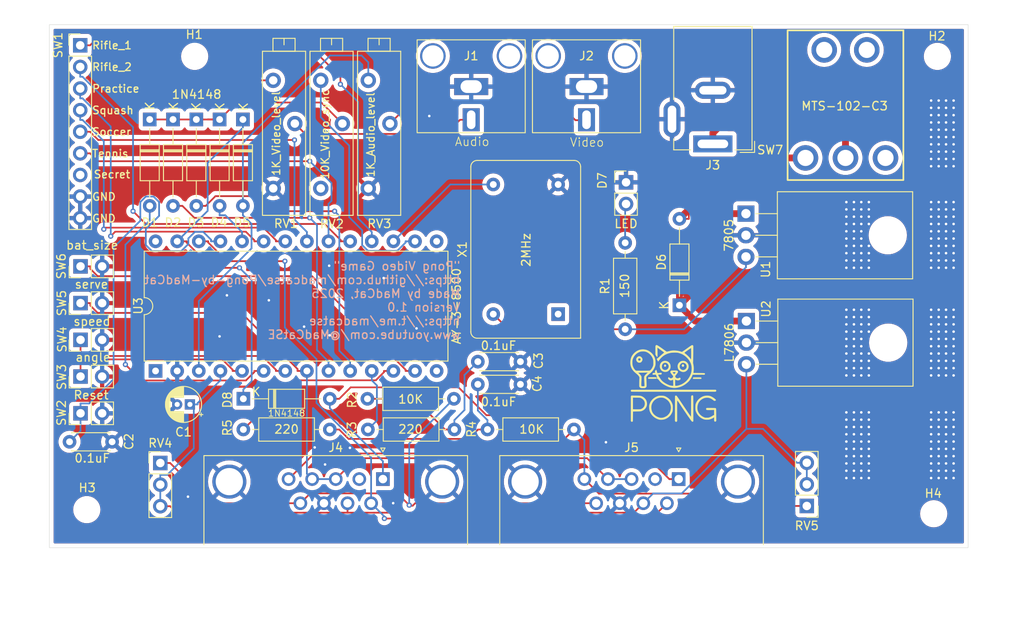
<source format=kicad_pcb>
(kicad_pcb (version 20221018) (generator pcbnew)
  (layers (0 "F.Cu" signal) (31 "B.Cu" signal) (36 "B.SilkS" user "B.Silkscreen") (37 "F.SilkS" user "F.Silkscreen") (38 "B.Mask" user) (39 "F.Mask" user) (44 "Edge.Cuts" user))
  (net 0 "")
  (net 1 "Net-(U2-OUT)")
  (net 2 "GND")
  (net 3 "Net-(U3-Reset_input)")
  (net 4 "Net-(C3-Pad1)")
  (net 5 "Net-(C4-Pad1)")
  (net 6 "Net-(D1-K)")
  (net 7 "Net-(D2-A)")
  (net 8 "Net-(U1-OUT)")
  (net 9 "Net-(D1-A)")
  (net 10 "Net-(D5-K)")
  (net 12 "Net-(J1-Pad1)")
  (net 13 "Net-(J2-Pad1)")
  (net 15 "Net-(J4-Pad5)")
  (net 16 "Net-(D3-A)")
  (net 17 "Net-(J4-Pad9)")
  (net 19 "Net-(U3-Right_bat_input)")
  (net 20 "Net-(D7-A)")
  (net 21 "Net-(SW3-A)")
  (net 22 "SERVE")
  (net 23 "Net-(U3-Left_bat_input)")
  (net 24 "Net-(D5-A)")
  (net 26 "Net-(U3-Sync_output)")
  (net 27 "Net-(U3-Rifle_game_1)")
  (net 28 "Net-(U3-Rifle_game_2)")
  (net 29 "Net-(U3-Practice)")
  (net 30 "Net-(U3-Squash)")
  (net 31 "Net-(U3-Soccer)")
  (net 32 "Net-(U3-Tennis)")
  (net 33 "Net-(SW4-A)")
  (net 34 "Net-(SW6-A)")
  (net 35 "Net-(D4-A)")
  (net 37 "SHOT")
  (net 41 "HIT")
  (net 43 "Net-(U3-Clock_input)")
  (net 45 "/Power")
  (net 46 "/Power1")
  (net 47 "Net-(D6-A)")
  (footprint "Pong:catpong" (layer "F.Cu") (at 157.226 73.9902)
    (fp_text reference "G1" hide)
    (fp_text value "LOGO" hide)
  )
  (footprint "Pong:MountingHole_2.7mm_M2.5" (layer "F.Cu") (at 188.341 35.433)
    (fp_text reference "H2")
    (fp_text value "MountingHole_2.7mm_M2.5")
  )
  (footprint "Pong:Potentiometer_Bourns_3006P_Horizontal" (layer "F.Cu") (at 121.4882 50.9524 -90)
    (fp_text reference "RV3")
    (fp_text value "1K_Audio_level")
  )
  (footprint "Pong:D_DO-35_SOD27_P10.16mm_Horizontal" (layer "F.Cu") (at 98.5457 42.8498 -90)
    (fp_text reference "D2")
    (fp_text value "1N4148")
  )
  (footprint "Pong:BarrelJack_GCT_DCJ200-10-A_Horizontal" (layer "F.Cu") (at 161.9654 45.72 180)
    (fp_text reference "J3")
    (fp_text value "Barrel_Jack")
  )
  (footprint "Pong:D_DO-35_SOD27_P10.16mm_Horizontal" (layer "F.Cu") (at 104.0194 42.8498 -90)
    (fp_text reference "D4")
    (fp_text value "1N4148")
  )
  (footprint "Pong:DSUB-9_Female_Horizontal_P2.77x2.84mm_EdgePinOffset4.94mm_Housed_MountingHolesOffset7.48mm" (layer "F.Cu") (at 157.9507 85.1297)
    (fp_text reference "J5")
    (fp_text value "Atari Paddle Port 2")
  )
  (footprint "Pong:C_Disc_D4.3mm_W1.9mm_P5.00mm" (layer "F.Cu") (at 134.3552 71.3232)
    (fp_text reference "C3")
    (fp_text value "0.1uF")
  )
  (footprint "Pong:D_DO-35_SOD27_P10.16mm_Horizontal" (layer "F.Cu") (at 106.7562 42.8498 -90)
    (fp_text reference "D5")
    (fp_text value "1N4148")
  )
  (footprint "Pong:D_DO-35_SOD27_P10.16mm_Horizontal" (layer "F.Cu") (at 158.0388 64.6938 90)
    (fp_text reference "D6")
    (fp_text value "1N4148")
  )
  (footprint "Pong:C_Disc_D4.3mm_W1.9mm_P5.00mm" (layer "F.Cu") (at 134.3552 73.9902)
    (fp_text reference "C4")
    (fp_text value "0.1uF")
  )
  (footprint "Pong:DSUB-9_Female_Horizontal_P2.77x2.84mm_EdgePinOffset4.94mm_Housed_MountingHolesOffset7.48mm" (layer "F.Cu") (at 123.2021 85.1297)
    (fp_text reference "J4")
    (fp_text value "Atari Paddle Port 1")
  )
  (footprint "Pong:Oscillator_DIP-14" (layer "F.Cu") (at 143.7894 65.7352 90)
    (fp_text reference "X1")
    (fp_text value "2MHz")
  )
  (footprint "Pong:PinHeader_1x02_P2.54mm_Vertical" (layer "F.Cu") (at 87.6808 73.0758 90)
    (fp_text reference "SW3")
    (fp_text value "angle")
  )
  (footprint "Pong:Potentiometer_Bourns_3006P_Horizontal" (layer "F.Cu") (at 110.3172 50.9524 -90)
    (fp_text reference "RV1")
    (fp_text value "1K_Video_level")
  )
  (footprint "Pong:D_DO-35_SOD27_P10.16mm_Horizontal" (layer "F.Cu") (at 106.807 75.692)
    (fp_text reference "D8")
    (fp_text value "1N4148")
  )
  (footprint "Pong:PinHeader_1x02_P2.54mm_Vertical" (layer "F.Cu") (at 87.6808 64.4398 90)
    (fp_text reference "SW5")
    (fp_text value "serve")
  )
  (footprint "Pong:D_DO-35_SOD27_P10.16mm_Horizontal" (layer "F.Cu") (at 101.2825 42.8498 -90)
    (fp_text reference "D3")
    (fp_text value "1N4148")
  )
  (footprint "Pong:D_DO-35_SOD27_P10.16mm_Horizontal" (layer "F.Cu") (at 95.8088 42.8498 -90)
    (fp_text reference "D1")
    (fp_text value "1N4148")
  )
  (footprint "Pong:R_Axial_DIN0207_L6.3mm_D2.5mm_P10.16mm_Horizontal" (layer "F.Cu") (at 131.5466 75.692 180)
    (fp_text reference "R2")
    (fp_text value "10K")
  )
  (footprint "Pong:game_selector" (layer "F.Cu") (at 87.6454 34.1326)
    (fp_text reference "SW1")
    (fp_text value "SW_Rotary_1x7_MP")
  )
  (footprint "Pong:AV" (layer "F.Cu") (at 133.5744 42.8822 180)
    (fp_text reference "J1")
    (fp_text value "RCJ-013")
  )
  (footprint "Pong:CP_Radial_D4.0mm_P1.50mm" (layer "F.Cu") (at 100.5332 76.3524 180)
    (fp_text reference "C1")
    (fp_text value "10uF 16V")
  )
  (footprint "Pong:MountingHole_2.7mm_M2.5" (layer "F.Cu") (at 101.092 35.433)
    (fp_text reference "H1")
    (fp_text value "MountingHole_2.7mm_M2.5")
  )
  (footprint "Pong:DIP-28_W15.24mm" (layer "F.Cu") (at 96.4946 72.4154 90)
    (fp_text reference "U3")
    (fp_text value "AY-3-8500")
  )
  (footprint "Pong:R_Axial_DIN0207_L6.3mm_D2.5mm_P10.16mm_Horizontal" (layer "F.Cu") (at 145.6436 79.2988 180)
    (fp_text reference "R4")
    (fp_text value "10K")
  )
  (footprint "Pong:PinHeader_1x02_P2.54mm_Vertical" (layer "F.Cu") (at 151.765 50.2412)
    (fp_text reference "D7")
    (fp_text value "LED")
  )
  (footprint "Pong:TO-220-3_Horizontal_TabDown" (layer "F.Cu") (at 165.903 66.548 -90)
    (fp_text reference "U2")
    (fp_text value "L7806")
  )
  (footprint "Pong:R_Axial_DIN0207_L6.3mm_D2.5mm_P10.16mm_Horizontal" (layer "F.Cu") (at 106.807 79.2988)
    (fp_text reference "R5")
    (fp_text value "220")
  )
  (footprint "Pong:TO-220-3_Horizontal_TabDown" (layer "F.Cu") (at 165.8522 53.9242 -90)
    (fp_text reference "U1")
    (fp_text value "7805")
  )
  (footprint "Pong:AV" (layer "F.Cu") (at 147.121 42.8822 180)
    (fp_text reference "J2")
    (fp_text value "RCJ-013")
  )
  (footprint "Pong:PinHeader_1x02_P2.54mm_Vertical" (layer "F.Cu") (at 87.6808 68.7578 90)
    (fp_text reference "SW4")
    (fp_text value "speed")
  )
  (footprint "Pong:PinHeader_1x03_P2.54mm_Vertical" (layer "F.Cu") (at 172.9994 88.2904 180)
    (fp_text reference "RV5")
    (fp_text value "1M_Left")
  )
  (footprint "Pong:C_Disc_D4.3mm_W1.9mm_P5.00mm" (layer "F.Cu") (at 91.3904 80.7466 180)
    (fp_text reference "C2")
    (fp_text value "0.1uF")
  )
  (footprint "Pong:MountingHole_2.7mm_M2.5" (layer "F.Cu") (at 187.9092 89.2048)
    (fp_text reference "H4")
    (fp_text value "MountingHole_2.7mm_M2.5")
  )
  (footprint "Pong:PinHeader_1x02_P2.54mm_Vertical" (layer "F.Cu") (at 87.6808 77.3938 90)
    (fp_text reference "SW2")
    (fp_text value "Reset")
  )
  (footprint "Pong:pwr_switch" (layer "F.Cu") (at 180.045 34.671 -90)
    (fp_text reference "SW7")
    (fp_text value "SW_SPDT")
  )
  (footprint "Pong:R_Axial_DIN0207_L6.3mm_D2.5mm_P10.16mm_Horizontal" (layer "F.Cu") (at 121.4374 79.2988)
    (fp_text reference "R3")
    (fp_text value "220")
  )
  (footprint "Pong:PinHeader_1x02_P2.54mm_Vertical" (layer "F.Cu") (at 87.6808 60.1218 90)
    (fp_text reference "SW6")
    (fp_text value "bat_size")
  )
  (footprint "Pong:Potentiometer_Bourns_3006P_Horizontal" (layer "F.Cu") (at 115.9027 50.9524 -90)
    (fp_text reference "RV2")
    (fp_text value "10K_Video_sync")
  )
  (footprint "Pong:PinHeader_1x03_P2.54mm_Vertical" (layer "F.Cu") (at 97.0534 83.2404)
    (fp_text reference "RV4")
    (fp_text value "1M_Right")
  )
  (footprint "Pong:R_Axial_DIN0207_L6.3mm_D2.5mm_P10.16mm_Horizontal" (layer "F.Cu") (at 151.6634 67.5132 90)
    (fp_text reference "R1")
    (fp_text value "150")
  )
  (footprint "Pong:MountingHole_2.7mm_M2.5" (layer "F.Cu") (at 88.4174 88.7222)
    (fp_text reference "H3")
    (fp_text value "MountingHole_2.7mm_M2.5")
  )
  (gr_rect (start 84.0232 31.6992) (end 191.9478 93.1926) (stroke (width 0.05)) (fill none) (layer "Edge.Cuts"))
  (gr_text "{dblquote}Pong Video Game{dblquote}\nhttps://github.com/madcatse/Pong-by-MadCat\nMade by MadCat, 2025\nVersion 1.0\nhttps://t.me/madcatse\nwww.youtube.com/@MadCatSE" (at 132.3848 68.7324) (layer "B.SilkS") (effects (font (size 1 1)) (justify left bottom mirror)))
  (gr_text "Rifle_1" (at 93.7868 34.666) (layer "F.SilkS") (effects (font (size 0.9 0.9) (thickness 0.15) bold) (justify right bottom)))
  (gr_text "Practice" (at 94.686801 39.753256) (layer "F.SilkS") (effects (font (size 0.9 0.9) (thickness 0.15) bold) (justify right bottom)))
  (gr_text "Rifle_2" (at 93.7868 37.209628) (layer "F.SilkS") (effects (font (size 0.9 0.9) (thickness 0.15) bold) (justify right bottom)))
  (gr_text "Secret" (at 93.599 49.8348) (layer "F.SilkS") (effects (font (size 0.9 0.9) (thickness 0.15) bold) (justify right bottom)))
  (gr_text "Soccer" (at 93.701087 44.840512) (layer "F.SilkS") (effects (font (size 0.9 0.9) (thickness 0.15) bold) (justify right bottom)))
  (gr_text "GND" (at 91.8972 55.0164) (layer "F.SilkS") (effects (font (size 0.9 0.9) (thickness 0.15) bold) (justify right bottom)))
  (gr_text "Squash" (at 94.001086 42.296884) (layer "F.SilkS") (effects (font (size 0.9 0.9) (thickness 0.15) bold) (justify right bottom)))
  (gr_text "Video" (at 145.1102 46.1264) (layer "F.SilkS") (effects (font (size 1 1) (thickness 0.1)) (justify left bottom)))
  (gr_text "GND" (at 91.901085 52.4714) (layer "F.SilkS") (effects (font (size 0.9 0.9) (thickness 0.15) bold) (justify right bottom)))
  (gr_text "Audio" (at 131.5974 46.0502) (layer "F.SilkS") (effects (font (size 1 1) (thickness 0.1)) (justify left bottom)))
  (gr_text "Tennis" (at 93.401085 47.38414) (layer "F.SilkS") (effects (font (size 0.9 0.9) (thickness 0.15) bold) (justify right bottom)))
  (segment (start 119.0471 89.0762) (end 152.6892 89.0762) (width 0.2) (layer "F.Cu") (net 1))
  (segment (start 98.9611 89.0762) (end 119.0471 89.0762) (width 0.2) (layer "F.Cu") (net 1))
  (segment (start 98.2053 88.3204) (end 98.9611 89.0762) (width 0.2) (layer "F.Cu") (net 1))
  (segment (start 152.6892 89.0762) (end 153.7957 87.9697) (width 0.2) (layer "F.Cu") (net 1))
  (segment (start 119.0471 87.9697) (end 119.0471 89.0762) (width 0.2) (layer "F.Cu") (net 1))
  (segment (start 97.0534 88.3204) (end 98.2053 88.3204) (width 0.2) (layer "F.Cu") (net 1))
  (segment (start 171.8475 83.2104) (end 167.8629 79.2258) (width 0.2) (layer "B.Cu") (net 1))
  (segment (start 158.3154 86.8134) (end 165.903 79.2258) (width 0.2) (layer "B.Cu") (net 1))
  (segment (start 101.4351 76.1968) (end 101.4351 76.3524) (width 0.2) (layer "B.Cu") (net 1))
  (segment (start 100.5332 76.3524) (end 100.9842 76.3524) (width 0.2) (layer "B.Cu") (net 1))
  (segment (start 100.9842 76.3524) (end 101.4351 76.3524) (width 0.2) (layer "B.Cu") (net 1))
  (segment (start 165.903 79.2258) (end 165.903 71.628) (width 0.2) (layer "B.Cu") (net 1))
  (segment (start 154.952 86.8134) (end 158.3154 86.8134) (width 0.2) (layer "B.Cu") (net 1))
  (segment (start 153.7957 87.9697) (end 154.952 86.8134) (width 0.2) (layer "B.Cu") (net 1))
  (segment (start 97.0534 88.3204) (end 97.0534 85.7804) (width 0.2) (layer "B.Cu") (net 1))
  (segment (start 97.868 84.6285) (end 97.0534 84.6285) (width 0.2) (layer "B.Cu") (net 1))
  (segment (start 100.9842 81.5123) (end 97.868 84.6285) (width 0.2) (layer "B.Cu") (net 1))
  (segment (start 167.8629 79.2258) (end 165.903 79.2258) (width 0.2) (layer "B.Cu") (net 1))
  (segment (start 100.9842 76.3524) (end 100.9842 81.5123) (width 0.2) (layer "B.Cu") (net 1))
  (segment (start 172.9994 83.2104) (end 171.8475 83.2104) (width 0.2) (layer "B.Cu") (net 1))
  (segment (start 172.9994 83.2104) (end 172.9994 85.7504) (width 0.2) (layer "B.Cu") (net 1))
  (segment (start 104.1146 72.4154) (end 104.1146 73.5173) (width 0.2) (layer "B.Cu") (net 1))
  (segment (start 104.1146 73.5173) (end 101.4351 76.1968) (width 0.2) (layer "B.Cu") (net 1))
  (segment (start 97.0534 85.7804) (end 97.0534 84.6285) (width 0.2) (layer "B.Cu") (net 1))
  (via (at 190.246 79.860425) (size 0.6) (drill 0.3) (layers "F.Cu" "B.Cu") (net 2))
  (via (at 188.4934 84.1502) (size 0.6) (drill 0.3) (layers "F.Cu" "B.Cu") (net 2))
  (via (at 190.246 53.421845) (size 0.6) (drill 0.3) (layers "F.Cu" "B.Cu") (net 2))
  (via (at 188.4934 66.079515) (size 0.6) (drill 0.3) (layers "F.Cu" "B.Cu") (net 2))
  (via (at 187.6044 58.569575) (size 0.6) (drill 0.3) (layers "F.Cu" "B.Cu") (net 2))
  (via (at 180.2892 58.569575) (size 0.6) (drill 0.3) (layers "F.Cu" "B.Cu") (net 2))
  (via (at 187.6044 72.0852) (size 0.6) (drill 0.3) (layers "F.Cu" "B.Cu") (net 2))
  (via (at 189.357 72.943155) (size 0.6) (drill 0.3) (layers "F.Cu" "B.Cu") (net 2))
  (via (at 180.2892 54.2798) (size 0.6) (drill 0.3) (layers "F.Cu" "B.Cu") (net 2))
  (via (at 177.6476 66.93747) (size 0.6) (drill 0.3) (layers "F.Cu" "B.Cu") (net 2))
  (via (at 189.357 79.00247) (size 0.6) (drill 0.3) (layers "F.Cu" "B.Cu") (net 2))
  (via (at 187.6044 60.285485) (size 0.6) (drill 0.3) (layers "F.Cu" "B.Cu") (net 2))
  (via (at 190.246 83.292245) (size 0.6) (drill 0.3) (layers "F.Cu" "B.Cu") (net 2))
  (via (at 189.357 43.199755) (size 0.6) (drill 0.3) (layers "F.Cu" "B.Cu") (net 2))
  (via (at 189.357 67.795425) (size 0.6) (drill 0.3) (layers "F.Cu" "B.Cu") (net 2))
  (via (at 177.6476 65.221555) (size 0.6) (drill 0.3) (layers "F.Cu" "B.Cu") (net 2))
  (via (at 188.4934 58.569575) (size 0.6) (drill 0.3) (layers "F.Cu" "B.Cu") (net 2))
  (via (at 177.6476 55.99571) (size 0.6) (drill 0.3) (layers "F.Cu" "B.Cu") (net 2))
  (via (at 177.6476 60.285485) (size 0.6) (drill 0.3) (layers "F.Cu" "B.Cu") (net 2))
  (via (at 190.246 54.2798) (size 0.6) (drill 0.3) (layers "F.Cu" "B.Cu") (net 2))
  (via (at 187.6044 68.65338) (size 0.6) (drill 0.3) (layers "F.Cu" "B.Cu") (net 2))
  (via (at 178.5366 52.563885) (size 0.6) (drill 0.3) (layers "F.Cu" "B.Cu") (net 2))
  (via (at 190.246 72.943155) (size 0.6) (drill 0.3) (layers "F.Cu" "B.Cu") (net 2))
  (via (at 178.5366 83.292245) (size 0.6) (drill 0.3) (layers "F.Cu" "B.Cu") (net 2))
  (via (at 190.246 55.137755) (size 0.6) (drill 0.3) (layers "F.Cu" "B.Cu") (net 2))
  (via (at 189.357 47.48953) (size 0.6) (drill 0.3) (layers "F.Cu" "B.Cu") (net 2))
  (via (at 187.6044 82.43429) (size 0.6) (drill 0.3) (layers "F.Cu" "B.Cu") (net 2))
  (via (at 188.4934 40.625885) (size 0.6) (drill 0.3) (layers "F.Cu" "B.Cu") (net 2))
  (via (at 104.013 68.3514) (size 0.6) (drill 0.3) (layers "F.Cu" "B.Cu") (net 2))
  (via (at 190.246 41.483845) (size 0.6) (drill 0.3) (layers "F.Cu" "B.Cu") (net 2))
  (via (at 177.6476 81.576335) (size 0.6) (drill 0.3) (layers "F.Cu" "B.Cu") (net 2))
  (via (at 189.357 81.576335) (size 0.6) (drill 0.3) (layers "F.Cu" "B.Cu") (net 2))
  (via (at 178.5366 84.1502) (size 0.6) (drill 0.3) (layers "F.Cu" "B.Cu") (net 2))
  (via (at 187.6044 47.48953) (size 0.6) (drill 0.3) (layers "F.Cu" "B.Cu") (net 2))
  (via (at 177.6476 52.563885) (size 0.6) (drill 0.3) (layers "F.Cu" "B.Cu") (net 2))
  (via (at 187.6044 59.42753) (size 0.6) (drill 0.3) (layers "F.Cu" "B.Cu") (net 2))
  (via (at 187.6044 79.860425) (size 0.6) (drill 0.3) (layers "F.Cu" "B.Cu") (net 2))
  (via (at 188.4934 78.144515) (size 0.6) (drill 0.3) (layers "F.Cu" "B.Cu") (net 2))
  (via (at 188.4934 70.36929) (size 0.6) (drill 0.3) (layers "F.Cu" "B.Cu") (net 2))
  (via (at 189.357 70.36929) (size 0.6) (drill 0.3) (layers "F.Cu" "B.Cu") (net 2))
  (via (at 188.4934 46.631575) (size 0.6) (drill 0.3) (layers "F.Cu" "B.Cu") (net 2))
  (via (at 177.6476 57.71162) (size 0.6) (drill 0.3) (layers "F.Cu" "B.Cu") (net 2))
  (via (at 178.5366 72.0852) (size 0.6) (drill 0.3) (layers "F.Cu" "B.Cu") (net 2))
  (via (at 178.5366 55.137755) (size 0.6) (drill 0.3) (layers "F.Cu" "B.Cu") (net 2))
  (via (at 190.246 44.915665) (size 0.6) (drill 0.3) (layers "F.Cu" "B.Cu") (net 2))
  (via (at 190.246 47.48953) (size 0.6) (drill 0.3) (layers "F.Cu" "B.Cu") (net 2))
  (via (at 190.246 70.36929) (size 0.6) (drill 0.3) (layers "F.Cu" "B.Cu") (net 2))
  (via (at 179.4002 69.511335) (size 0.6) (drill 0.3) (layers "F.Cu" "B.Cu") (net 2))
  (via (at 188.4934 55.99571) (size 0.6) (drill 0.3) (layers "F.Cu" "B.Cu") (net 2))
  (via (at 180.2892 83.292245) (size 0.6) (drill 0.3) (layers "F.Cu" "B.Cu") (net 2))
  (via (at 188.4934 81.576335) (size 0.6) (drill 0.3) (layers "F.Cu" "B.Cu") (net 2))
  (via (at 189.357 79.860425) (size 0.6) (drill 0.3) (layers "F.Cu" "B.Cu") (net 2))
  (via (at 124.4092 87.9602) (size 0.6) (drill 0.3) (layers "F.Cu" "B.Cu") (net 2))
  (via (at 178.5366 58.569575) (size 0.6) (drill 0.3) (layers "F.Cu" "B.Cu") (net 2))
  (via (at 179.4002 80.71838) (size 0.6) (drill 0.3) (layers "F.Cu" "B.Cu") (net 2))
  (via (at 178.5366 56.853665) (size 0.6) (drill 0.3) (layers "F.Cu" "B.Cu") (net 2))
  (via (at 177.6476 56.853665) (size 0.6) (drill 0.3) (layers "F.Cu" "B.Cu") (net 2))
  (via (at 190.246 46.631575) (size 0.6) (drill 0.3) (layers "F.Cu" "B.Cu") (net 2))
  (via (at 149.4028 80.7974) (size 0.6) (drill 0.3) (layers "F.Cu" "B.Cu") (net 2))
  (via (at 190.246 59.42753) (size 0.6) (drill 0.3) (layers "F.Cu" "B.Cu") (net 2))
  (via (at 178.5366 65.221555) (size 0.6) (drill 0.3) (layers "F.Cu" "B.Cu") (net 2))
  (via (at 179.4002 59.42753) (size 0.6) (drill 0.3) (layers "F.Cu" "B.Cu") (net 2))
  (via (at 180.2892 77.286555) (size 0.6) (drill 0.3) (layers "F.Cu" "B.Cu") (net 2))
  (via (at 188.4934 45.77362) (size 0.6) (drill 0.3) (layers "F.Cu" "B.Cu") (net 2))
  (via (at 188.4934 44.915665) (size 0.6) (drill 0.3) (layers "F.Cu" "B.Cu") (net 2))
  (via (at 190.246 66.93747) (size 0.6) (drill 0.3) (layers "F.Cu" "B.Cu") (net 2))
  (via (at 188.4934 42.3418) (size 0.6) (drill 0.3) (layers "F.Cu" "B.Cu") (net 2))
  (via (at 188.4934 79.860425) (size 0.6) (drill 0.3) (layers "F.Cu" "B.Cu") (net 2))
  (via (at 188.4934 77.286555) (size 0.6) (drill 0.3) (layers "F.Cu" "B.Cu") (net 2))
  (via (at 178.5366 53.421845) (size 0.6) (drill 0.3) (layers "F.Cu" "B.Cu") (net 2))
  (via (at 187.6044 41.483845) (size 0.6) (drill 0.3) (layers "F.Cu" "B.Cu") (net 2))
  (via (at 187.6044 42.3418) (size 0.6) (drill 0.3) (layers "F.Cu" "B.Cu") (net 2))
  (via (at 177.6476 53.421845) (size 0.6) (drill 0.3) (layers "F.Cu" "B.Cu") (net 2))
  (via (at 178.5366 66.93747) (size 0.6) (drill 0.3) (layers "F.Cu" "B.Cu") (net 2))
  (via (at 116.9416 68.2244) (size 0.6) (drill 0.3) (layers "F.Cu" "B.Cu") (net 2))
  (via (at 177.6476 85.008155) (size 0.6) (drill 0.3) (layers "F.Cu" "B.Cu") (net 2))
  (via (at 190.246 78.144515) (size 0.6) (drill 0.3) (layers "F.Cu" "B.Cu") (net 2))
  (via (at 190.246 65.221555) (size 0.6) (drill 0.3) (layers "F.Cu" "B.Cu") (net 2))
  (via (at 177.6476 83.292245) (size 0.6) (drill 0.3) (layers "F.Cu" "B.Cu") (net 2))
  (via (at 180.2892 66.93747) (size 0.6) (drill 0.3) (layers "F.Cu" "B.Cu") (net 2))
  (via (at 187.6044 79.00247) (size 0.6) (drill 0.3) (layers "F.Cu" "B.Cu") (net 2))
  (via (at 179.4002 57.71162) (size 0.6) (drill 0.3) (layers "F.Cu" "B.Cu") (net 2))
  (via (at 179.4002 72.0852) (size 0.6) (drill 0.3) (layers "F.Cu" "B.Cu") (net 2))
  (via (at 179.4002 79.860425) (size 0.6) (drill 0.3) (layers "F.Cu" "B.Cu") (net 2))
  (via (at 188.4934 54.2798) (size 0.6) (drill 0.3) (layers "F.Cu" "B.Cu") (net 2))
  (via (at 178.5366 57.71162) (size 0.6) (drill 0.3) (layers "F.Cu" "B.Cu") (net 2))
  (via (at 177.6476 66.079515) (size 0.6) (drill 0.3) (layers "F.Cu" "B.Cu") (net 2))
  (via (at 187.6044 57.71162) (size 0.6) (drill 0.3) (layers "F.Cu" "B.Cu") (net 2))
  (via (at 177.6476 79.00247) (size 0.6) (drill 0.3) (layers "F.Cu" "B.Cu") (net 2))
  (via (at 179.4002 55.137755) (size 0.6) (drill 0.3) (layers "F.Cu" "B.Cu") (net 2))
  (via (at 187.6044 85.008155) (size 0.6) (drill 0.3) (layers "F.Cu" "B.Cu") (net 2))
  (via (at 188.4934 71.227245) (size 0.6) (drill 0.3) (layers "F.Cu" "B.Cu") (net 2))
  (via (at 180.2892 84.1502) (size 0.6) (drill 0.3) (layers "F.Cu" "B.Cu") (net 2))
  (via (at 179.4002 85.008155) (size 0.6) (drill 0.3) (layers "F.Cu" "B.Cu") (net 2))
  (via (at 187.6044 55.137755) (size 0.6) (drill 0.3) (layers "F.Cu" "B.Cu") (net 2))
  (via (at 177.6476 54.2798) (size 0.6) (drill 0.3) (layers "F.Cu" "B.Cu") (net 2))
  (via (at 177.6476 55.137755) (size 0.6) (drill 0.3) (layers "F.Cu" "B.Cu") (net 2))
  (via (at 180.2892 60.285485) (size 0.6) (drill 0.3) (layers "F.Cu" "B.Cu") (net 2))
  (via (at 190.246 45.77362) (size 0.6) (drill 0.3) (layers "F.Cu" "B.Cu") (net 2))
  (via (at 179.4002 82.43429) (size 0.6) (drill 0.3) (layers "F.Cu" "B.Cu") (net 2))
  (via (at 179.4002 84.1502) (size 0.6) (drill 0.3) (layers "F.Cu" "B.Cu") (net 2))
  (via (at 177.6476 70.36929) (size 0.6) (drill 0.3) (layers "F.Cu" "B.Cu") (net 2))
  (via (at 109.8042 64.1096) (size 0.6) (drill 0.3) (layers "F.Cu" "B.Cu") (net 2))
  (via (at 180.2892 80.71838) (size 0.6) (drill 0.3) (layers "F.Cu" "B.Cu") (net 2))
  (via (at 179.4002 79.00247) (size 0.6) (drill 0.3) (layers "F.Cu" "B.Cu") (net 2))
  (via (at 177.6476 68.65338) (size 0.6) (drill 0.3) (layers "F.Cu" "B.Cu") (net 2))
  (via (at 188.4934 59.42753) (size 0.6) (drill 0.3) (layers "F.Cu" "B.Cu") (net 2))
  (via (at 189.357 69.511335) (size 0.6) (drill 0.3) (layers "F.Cu" "B.Cu") (net 2))
  (via (at 178.5366 82.43429) (size 0.6) (drill 0.3) (layers "F.Cu" "B.Cu") (net 2))
  (via (at 179.4002 53.421845) (size 0.6) (drill 0.3) (layers "F.Cu" "B.Cu") (net 2))
  (via (at 190.246 68.65338) (size 0.6) (drill 0.3) (layers "F.Cu" "B.Cu") (net 2))
  (via (at 190.246 42.3418) (size 0.6) (drill 0.3) (layers "F.Cu" "B.Cu") (net 2))
  (via (at 189.357 41.483845) (size 0.6) (drill 0.3) (layers "F.Cu" "B.Cu") (net 2))
  (via (at 189.357 45.77362) (size 0.6) (drill 0.3) (layers "F.Cu" "B.Cu") (net 2))
  (via (at 113.9444 67.2084) (size 0.6) (drill 0.3) (layers "F.Cu" "B.Cu") (net 2))
  (via (at 187.6044 69.511335) (size 0.6) (drill 0.3) (layers "F.Cu" "B.Cu") (net 2))
  (via (at 180.2892 78.144515) (size 0.6) (drill 0.3) (layers "F.Cu" "B.Cu") (net 2))
  (via (at 177.6476 72.943155) (size 0.6) (drill 0.3) (layers "F.Cu" "B.Cu") (net 2))
  (via (at 187.6044 54.2798) (size 0.6) (drill 0.3) (layers "F.Cu" "B.Cu") (net 2))
  (via (at 189.357 72.0852) (size 0.6) (drill 0.3) (layers "F.Cu" "B.Cu") (net 2))
  (via (at 188.4934 79.00247) (size 0.6) (drill 0.3) (layers "F.Cu" "B.Cu") (net 2))
  (via (at 188.4934 47.48953) (size 0.6) (drill 0.3) (layers "F.Cu" "B.Cu") (net 2))
  (via (at 187.6044 43.199755) (size 0.6) (drill 0.3) (layers "F.Cu" "B.Cu") (net 2))
  (via (at 189.357 48.347485) (size 0.6) (drill 0.3) (layers "F.Cu" "B.Cu") (net 2))
  (via (at 187.6044 83.292245) (size 0.6) (drill 0.3) (layers "F.Cu" "B.Cu") (net 2))
  (via (at 188.4934 69.511335) (size 0.6) (drill 0.3) (layers "F.Cu" "B.Cu") (net 2))
  (via (at 190.246 77.286555) (size 0.6) (drill 0.3) (layers "F.Cu" "B.Cu") (net 2))
  (via (at 100.3046 87.1982) (size 0.6) (drill 0.3) (layers "F.Cu" "B.Cu") (net 2))
  (via (at 189.357 54.2798) (size 0.6) (drill 0.3) (layers "F.Cu" "B.Cu") (net 2))
  (via (at 178.5366 71.227245) (size 0.6) (drill 0.3) (layers "F.Cu" "B.Cu") (net 2))
  (via (at 189.357 66.93747) (size 0.6) (drill 0.3) (layers "F.Cu" "B.Cu") (net 2))
  (via (at 188.4934 80.71838) (size 0.6) (drill 0.3) (layers "F.Cu" "B.Cu") (net 2))
  (via (at 189.357 58.569575) (size 0.6) (drill 0.3) (layers "F.Cu" "B.Cu") (net 2))
  (via (at 180.2892 70.36929) (size 0.6) (drill 0.3) (layers "F.Cu" "B.Cu") (net 2))
  (via (at 187.6044 80.71838) (size 0.6) (drill 0.3) (layers "F.Cu" "B.Cu") (net 2))
  (via (at 190.246 79.00247) (size 0.6) (drill 0.3) (layers "F.Cu" "B.Cu") (net 2))
  (via (at 116.4082 83.4136) (size 0.6) (drill 0.3) (layers "F.Cu" "B.Cu") (net 2))
  (via (at 189.357 52.563885) (size 0.6) (drill 0.3) (layers "F.Cu" "B.Cu") (net 2))
  (via (at 177.6476 79.860425) (size 0.6) (drill 0.3) (layers "F.Cu" "B.Cu") (net 2))
  (via (at 189.357 59.42753) (size 0.6) (drill 0.3) (layers "F.Cu" "B.Cu") (net 2))
  (via (at 179.4002 56.853665) (size 0.6) (drill 0.3) (layers "F.Cu" "B.Cu") (net 2))
  (via (at 179.4002 52.563885) (size 0.6) (drill 0.3) (layers "F.Cu" "B.Cu") (net 2))
  (via (at 187.6044 66.93747) (size 0.6) (drill 0.3) (layers "F.Cu" "B.Cu") (net 2))
  (via (at 187.6044 53.421845) (size 0.6) (drill 0.3) (layers "F.Cu" "B.Cu") (net 2))
  (via (at 179.4002 55.99571) (size 0.6) (drill 0.3) (layers "F.Cu" "B.Cu") (net 2))
  (via (at 187.6044 81.576335) (size 0.6) (drill 0.3) (layers "F.Cu" "B.Cu") (net 2))
  (via (at 178.5366 81.576335) (size 0.6) (drill 0.3) (layers "F.Cu" "B.Cu") (net 2))
  (via (at 189.357 46.631575) (size 0.6) (drill 0.3) (layers "F.Cu" "B.Cu") (net 2))
  (via (at 179.4002 67.795425) (size 0.6) (drill 0.3) (layers "F.Cu" "B.Cu") (net 2))
  (via (at 188.4934 66.93747) (size 0.6) (drill 0.3) (layers "F.Cu" "B.Cu") (net 2))
  (via (at 180.2892 82.43429) (size 0.6) (drill 0.3) (layers "F.Cu" "B.Cu") (net 2))
  (via (at 179.4002 81.576335) (size 0.6) (drill 0.3) (layers "F.Cu" "B.Cu") (net 2))
  (via (at 190.246 43.199755) (size 0.6) (drill 0.3) (layers "F.Cu" "B.Cu") (net 2))
  (via (at 177.6476 72.0852) (size 0.6) (drill 0.3) (layers "F.Cu" "B.Cu") (net 2))
  (via (at 179.4002 66.93747) (size 0.6) (drill 0.3) (layers "F.Cu" "B.Cu") (net 2))
  (via (at 189.357 44.915665) (size 0.6) (drill 0.3) (layers "F.Cu" "B.Cu") (net 2))
  (via (at 188.4934 60.285485) (size 0.6) (drill 0.3) (layers "F.Cu" "B.Cu") (net 2))
  (via (at 180.2892 53.421845) (size 0.6) (drill 0.3) (layers "F.Cu" "B.Cu") (net 2))
  (via (at 180.2892 55.137755) (size 0.6) (drill 0.3) (layers "F.Cu" "B.Cu") (net 2))
  (via (at 190.246 66.079515) (size 0.6) (drill 0.3) (layers "F.Cu" "B.Cu") (net 2))
  (via (at 189.357 85.008155) (size 0.6) (drill 0.3) (layers "F.Cu" "B.Cu") (net 2))
  (via (at 179.4002 60.285485) (size 0.6) (drill 0.3) (layers "F.Cu" "B.Cu") (net 2))
  (via (at 179.4002 71.227245) (size 0.6) (drill 0.3) (layers "F.Cu" "B.Cu") (net 2))
  (via (at 180.2892 57.71162) (size 0.6) (drill 0.3) (layers "F.Cu" "B.Cu") (net 2))
  (via (at 190.246 55.99571) (size 0.6) (drill 0.3) (layers "F.Cu" "B.Cu") (net 2))
  (via (at 180.2892 79.00247) (size 0.6) (drill 0.3) (layers "F.Cu" "B.Cu") (net 2))
  (via (at 179.4002 68.65338) (size 0.6) (drill 0.3) (layers "F.Cu" "B.Cu") (net 2))
  (via (at 178.5366 85.008155) (size 0.6) (drill 0.3) (layers "F.Cu" "B.Cu") (net 2))
  (via (at 180.2892 52.563885) (size 0.6) (drill 0.3) (layers "F.Cu" "B.Cu") (net 2))
  (via (at 178.5366 55.99571) (size 0.6) (drill 0.3) (layers "F.Cu" "B.Cu") (net 2))
  (via (at 178.5366 79.00247) (size 0.6) (drill 0.3) (layers "F.Cu" "B.Cu") (net 2))
  (via (at 177.6476 58.569575) (size 0.6) (drill 0.3) (layers "F.Cu" "B.Cu") (net 2))
  (via (at 177.6476 71.227245) (size 0.6) (drill 0.3) (layers "F.Cu" "B.Cu") (net 2))
  (via (at 104.8766 63.5254) (size 0.6) (drill 0.3) (layers "F.Cu" "B.Cu") (net 2))
  (via (at 180.2892 66.079515) (size 0.6) (drill 0.3) (layers "F.Cu" "B.Cu") (net 2))
  (via (at 127.1524 67.4116) (size 0.6) (drill 0.3) (layers "F.Cu" "B.Cu") (net 2))
  (via (at 188.4934 68.65338) (size 0.6) (drill 0.3) (layers "F.Cu" "B.Cu") (net 2))
  (via (at 190.246 57.71162) (size 0.6) (drill 0.3) (layers "F.Cu" "B.Cu") (net 2))
  (via (at 187.6044 46.631575) (size 0.6) (drill 0.3) (layers "F.Cu" "B.Cu") (net 2))
  (via (at 178.5366 69.511335) (size 0.6) (drill 0.3) (layers "F.Cu" "B.Cu") (net 2))
  (via (at 187.6044 78.144515) (size 0.6) (drill 0.3) (layers "F.Cu" "B.Cu") (net 2))
  (via (at 190.246 69.511335) (size 0.6) (drill 0.3) (layers "F.Cu" "B.Cu") (net 2))
  (via (at 187.6044 56.853665) (size 0.6) (drill 0.3) (layers "F.Cu" "B.Cu") (net 2))
  (via (at 179.4002 54.2798) (size 0.6) (drill 0.3) (layers "F.Cu" "B.Cu") (net 2))
  (via (at 123.2916 61.4934) (size 0.6) (drill 0.3) (layers "F.Cu" "B.Cu") (net 2))
  (via (at 188.4934 72.0852) (size 0.6) (drill 0.3) (layers "F.Cu" "B.Cu") (net 2))
  (via (at 178.5366 67.795425) (size 0.6) (drill 0.3) (layers "F.Cu" "B.Cu") (net 2))
  (via (at 190.246 81.576335) (size 0.6) (drill 0.3) (layers "F.Cu" "B.Cu") (net 2))
  (via (at 180.2892 72.0852) (size 0.6) (drill 0.3) (layers "F.Cu" "B.Cu") (net 2))
  (via (at 128.651 42.4434) (size 0.6) (drill 0.3) (layers "F.Cu" "B.Cu") (net 2))
  (via (at 190.246 71.227245) (size 0.6) (drill 0.3) (layers "F.Cu" "B.Cu") (net 2))
  (via (at 188.4934 41.483845) (size 0.6) (drill 0.3) (layers "F.Cu" "B.Cu") (net 2))
  (via (at 178.5366 72.943155) (size 0.6) (drill 0.3) (layers "F.Cu" "B.Cu") (net 2))
  (via (at 188.4934 83.292245) (size 0.6) (drill 0.3) (layers "F.Cu" "B.Cu") (net 2))
  (via (at 187.6044 72.943155) (size 0.6) (drill 0.3) (layers "F.Cu" "B.Cu") (net 2))
  (via (at 188.4934 53.421845) (size 0.6) (drill 0.3) (layers "F.Cu" "B.Cu") (net 2))
  (via (at 177.6476 84.1502) (size 0.6) (drill 0.3) (layers "F.Cu" "B.Cu") (net 2))
  (via (at 190.246 85.008155) (size 0.6) (drill 0.3) (layers "F.Cu" "B.Cu") (net 2))
  (via (at 190.246 40.625885) (size 0.6) (drill 0.3) (layers "F.Cu" "B.Cu") (net 2))
  (via (at 177.6476 78.144515) (size 0.6) (drill 0.3) (layers "F.Cu" "B.Cu") (net 2))
  (via (at 187.6044 70.36929) (size 0.6) (drill 0.3) (layers "F.Cu" "B.Cu") (net 2))
  (via (at 187.6044 71.227245) (size 0.6) (drill 0.3) (layers "F.Cu" "B.Cu") (net 2))
  (via (at 189.357 84.1502) (size 0.6) (drill 0.3) (layers "F.Cu" "B.Cu") (net 2))
  (via (at 178.5366 59.42753) (size 0.6) (drill 0.3) (layers "F.Cu" "B.Cu") (net 2))
  (via (at 190.246 52.563885) (size 0.6) (drill 0.3) (layers "F.Cu" "B.Cu") (net 2))
  (via (at 189.357 78.144515) (size 0.6) (drill 0.3) (layers "F.Cu" "B.Cu") (net 2))
  (via (at 190.246 60.285485) (size 0.6) (drill 0.3) (layers "F.Cu" "B.Cu") (net 2))
  (via (at 189.357 65.221555) (size 0.6) (drill 0.3) (layers "F.Cu" "B.Cu") (net 2))
  (via (at 188.4934 52.563885) (size 0.6) (drill 0.3) (layers "F.Cu" "B.Cu") (net 2))
  (via (at 189.357 83.292245) (size 0.6) (drill 0.3) (layers "F.Cu" "B.Cu") (net 2))
  (via (at 188.4934 48.347485) (size 0.6) (drill 0.3) (layers "F.Cu" "B.Cu") (net 2))
  (via (at 180.2892 67.795425) (size 0.6) (drill 0.3) (layers "F.Cu" "B.Cu") (net 2))
  (via (at 178.5366 68.65338) (size 0.6) (drill 0.3) (layers "F.Cu" "B.Cu") (net 2))
  (via (at 188.4934 44.05771) (size 0.6) (drill 0.3) (layers "F.Cu" "B.Cu") (net 2))
  (via (at 189.357 80.71838) (size 0.6) (drill 0.3) (layers "F.Cu" "B.Cu") (net 2))
  (via (at 190.246 56.853665) (size 0.6) (drill 0.3) (layers "F.Cu" "B.Cu") (net 2))
  (via (at 189.357 53.421845) (size 0.6) (drill 0.3) (layers "F.Cu" "B.Cu") (net 2))
  (via (at 189.357 56.853665) (size 0.6) (drill 0.3) (layers "F.Cu" "B.Cu") (net 2))
  (via (at 190.246 82.43429) (size 0.6) (drill 0.3) (layers "F.Cu" "B.Cu") (net 2))
  (via (at 188.4934 72.943155) (size 0.6) (drill 0.3) (layers "F.Cu" "B.Cu") (net 2))
  (via (at 179.4002 83.292245) (size 0.6) (drill 0.3) (layers "F.Cu" "B.Cu") (net 2))
  (via (at 190.246 48.347485) (size 0.6) (drill 0.3) (layers "F.Cu" "B.Cu") (net 2))
  (via (at 187.6044 44.05771) (size 0.6) (drill 0.3) (layers "F.Cu" "B.Cu") (net 2))
  (via (at 177.6476 77.286555) (size 0.6) (drill 0.3) (layers "F.Cu" "B.Cu") (net 2))
  (via (at 119.3292 81.4578) (size 0.6) (drill 0.3) (layers "F.Cu" "B.Cu") (net 2))
  (via (at 178.5366 79.860425) (size 0.6) (drill 0.3) (layers "F.Cu" "B.Cu") (net 2))
  (via (at 189.357 68.65338) (size 0.6) (drill 0.3) (layers "F.Cu" "B.Cu") (net 2))
  (via (at 178.5366 77.286555) (size 0.6) (drill 0.3) (layers "F.Cu" "B.Cu") (net 2))
  (via (at 178.5366 80.71838) (size 0.6) (drill 0.3) (layers "F.Cu" "B.Cu") (net 2))
  (via (at 187.6044 67.795425) (size 0.6) (drill 0.3) (layers "F.Cu" "B.Cu") (net 2))
  (via (at 177.6476 82.43429) (size 0.6) (drill 0.3) (layers "F.Cu" "B.Cu") (net 2))
  (via (at 189.357 42.3418) (size 0.6) (drill 0.3) (layers "F.Cu" "B.Cu") (net 2))
  (via (at 190.246 84.1502) (size 0.6) (drill 0.3) (layers "F.Cu" "B.Cu") (net 2))
  (via (at 180.2892 79.860425) (size 0.6) (drill 0.3) (layers "F.Cu" "B.Cu") (net 2))
  (via (at 190.246 44.05771) (size 0.6) (drill 0.3) (layers "F.Cu" "B.Cu") (net 2))
  (via (at 178.5366 78.144515) (size 0.6) (drill 0.3) (layers "F.Cu" "B.Cu") (net 2))
  (via (at 187.6044 48.347485) (size 0.6) (drill 0.3) (layers "F.Cu" "B.Cu") (net 2))
  (via (at 180.2892 59.42753) (size 0.6) (drill 0.3) (layers "F.Cu" "B.Cu") (net 2))
  (via (at 177.6476 69.511335) (size 0.6) (drill 0.3) (layers "F.Cu" "B.Cu") (net 2))
  (via (at 178.5366 70.36929) (size 0.6) (drill 0.3) (layers "F.Cu" "B.Cu") (net 2))
  (via (at 187.6044 55.99571) (size 0.6) (drill 0.3) (layers "F.Cu" "B.Cu") (net 2))
  (via (at 189.357 44.05771) (size 0.6) (drill 0.3) (layers "F.Cu" "B.Cu") (net 2))
  (via (at 178.5366 54.2798) (size 0.6) (drill 0.3) (layers "F.Cu" "B.Cu") (net 2))
  (via (at 189.357 71.227245) (size 0.6) (drill 0.3) (layers "F.Cu" "B.Cu") (net 2))
  (via (at 179.4002 66.079515) (size 0.6) (drill 0.3) (layers "F.Cu" "B.Cu") (net 2))
  (via (at 189.357 40.625885) (size 0.6) (drill 0.3) (layers "F.Cu" "B.Cu") (net 2))
  (via (at 178.5366 66.079515) (size 0.6) (drill 0.3) (layers "F.Cu" "B.Cu") (net 2))
  (via (at 179.4002 72.943155) (size 0.6) (drill 0.3) (layers "F.Cu" "B.Cu") (net 2))
  (via (at 115.189 81.407) (size 0.6) (drill 0.3) (layers "F.Cu" "B.Cu") (net 2))
  (via (at 180.2892 85.008155) (size 0.6) (drill 0.3) (layers "F.Cu" "B.Cu") (net 2))
  (via (at 177.6476 67.795425) (size 0.6) (drill 0.3) (layers "F.Cu" "B.Cu") (net 2))
  (via (at 190.246 80.71838) (size 0.6) (drill 0.3) (layers "F.Cu" "B.Cu") (net 2))
  (via (at 188.4934 57.71162) (size 0.6) (drill 0.3) (layers "F.Cu" "B.Cu") (net 2))
  (via (at 188.4934 43.199755) (size 0.6) (drill 0.3) (layers "F.Cu" "B.Cu") (net 2))
  (via (at 189.357 55.137755) (size 0.6) (drill 0.3) (layers "F.Cu" "B.Cu") (net 2))
  (via (at 177.6476 80.71838) (size 0.6) (drill 0.3) (layers "F.Cu" "B.Cu") (net 2))
  (via (at 179.4002 78.144515) (size 0.6) (drill 0.3) (layers "F.Cu" "B.Cu") (net 2))
  (via (at 187.6044 66.079515) (size 0.6) (drill 0.3) (layers "F.Cu" "B.Cu") (net 2))
  (via (at 189.357 60.285485) (size 0.6) (drill 0.3) (layers "F.Cu" "B.Cu") (net 2))
  (via (at 190.246 72.0852) (size 0.6) (drill 0.3) (layers "F.Cu" "B.Cu") (net 2))
  (via (at 180.2892 71.227245) (size 0.6) (drill 0.3) (layers "F.Cu" "B.Cu") (net 2))
  (via (at 189.357 77.286555) (size 0.6) (drill 0.3) (layers "F.Cu" "B.Cu") (net 2))
  (via (at 178.5366 60.285485) (size 0.6) (drill 0.3) (layers "F.Cu" "B.Cu") (net 2))
  (via (at 190.246 58.569575) (size 0.6) (drill 0.3) (layers "F.Cu" "B.Cu") (net 2))
  (via (at 180.2892 65.221555) (size 0.6) (drill 0.3) (layers "F.Cu" "B.Cu") (net 2))
  (via (at 187.6044 84.1502) (size 0.6) (drill 0.3) (layers "F.Cu" "B.Cu") (net 2))
  (via (at 187.6044 45.77362) (size 0.6) (drill 0.3) (layers "F.Cu" "B.Cu") (net 2))
  (via (at 187.6044 52.563885) (size 0.6) (drill 0.3) (layers "F.Cu" "B.Cu") (net 2))
  (via (at 189.357 55.99571) (size 0.6) (drill 0.3) (layers "F.Cu" "B.Cu") (net 2))
  (via (at 116.8908 60.0456) (size 0.6) (drill 0.3) (layers "F.Cu" "B.Cu") (net 2))
  (via (at 189.357 66.079515) (size 0.6) (drill 0.3) (layers "F.Cu" "B.Cu") (net 2))
  (via (at 179.4002 65.221555) (size 0.6) (drill 0.3) (layers "F.Cu" "B.Cu") (net 2))
  (via (at 189.357 82.43429) (size 0.6) (drill 0.3) (layers "F.Cu" "B.Cu") (net 2))
  (via (at 188.4934 65.221555) (size 0.6) (drill 0.3) (layers "F.Cu" "B.Cu") (net 2))
  (via (at 189.357 57.71162) (size 0.6) (drill 0.3) (layers "F.Cu" "B.Cu") (net 2))
  (via (at 187.6044 77.286555) (size 0.6) (drill 0.3) (layers "F.Cu" "B.Cu") (net 2))
  (via (at 187.6044 44.915665) (size 0.6) (drill 0.3) (layers "F.Cu" "B.Cu") (net 2))
  (via (at 187.6044 65.221555) (size 0.6) (drill 0.3) (layers "F.Cu" "B.Cu") (net 2))
  (via (at 179.4002 58.569575) (size 0.6) (drill 0.3) (layers "F.Cu" "B.Cu") (net 2))
  (via (at 180.2892 81.576335) (size 0.6) (drill 0.3) (layers "F.Cu" "B.Cu") (net 2))
  (via (at 188.4934 82.43429) (size 0.6) (drill 0.3) (layers "F.Cu" "B.Cu") (net 2))
  (via (at 177.6476 59.42753) (size 0.6) (drill 0.3) (layers "F.Cu" "B.Cu") (net 2))
  (via (at 190.246 67.795425) (size 0.6) (drill 0.3) (layers "F.Cu" "B.Cu") (net 2))
  (via (at 179.4002 70.36929) (size 0.6) (drill 0.3) (layers "F.Cu" "B.Cu") (net 2))
  (via (at 188.4934 55.137755) (size 0.6) (drill 0.3) (layers "F.Cu" "B.Cu") (net 2))
  (via (at 187.6044 40.625885) (size 0.6) (drill 0.3) (layers "F.Cu" "B.Cu") (net 2))
  (via (at 180.2892 72.943155) (size 0.6) (drill 0.3) (layers "F.Cu" "B.Cu") (net 2))
  (via (at 188.4934 56.853665) (size 0.6) (drill 0.3) (layers "F.Cu" "B.Cu") (net 2))
  (via (at 188.4934 85.008155) (size 0.6) (drill 0.3) (layers "F.Cu" "B.Cu") (net 2))
  (via (at 188.4934 67.795425) (size 0.6) (drill 0.3) (layers "F.Cu" "B.Cu") (net 2))
  (via (at 179.4002 77.286555) (size 0.6) (drill 0.3) (layers "F.Cu" "B.Cu") (net 2))
  (segment (start 95.3523 51.9079) (end 94.7069 52.5533) (width 0.2) (layer "B.Cu") (net 3))
  (segment (start 95.3484 57.609) (end 95.3484 55.7449) (width 0.2) (layer "B.Cu") (net 3))
  (segment (start 96.9107 52.5533) (end 96.2653 51.9079) (width 0.2) (layer "B.Cu") (net 3))
  (segment (start 103.0127 57.1754) (end 103.0127 56.9844) (width 0.2) (layer "B.Cu") (net 3))
  (segment (start 94.7069 52.5533) (end 94.7069 54.7572) (width 0.2) (layer "B.Cu") (net 3))
  (segment (start 96.2653 51.9079) (end 95.3523 51.9079) (width 0.2) (layer "B.Cu") (net 3))
  (segment (start 103.0127 56.9844) (end 102.0912 56.0629) (width 0.2) (layer "B.Cu") (net 3))
  (segment (start 94.7069 54.7572) (end 91.5662 57.8979) (width 0.2) (layer "B.Cu") (net 3))
  (segment (start 87.6808 77.3938) (end 87.6808 76.2419) (width 0.2) (layer "B.Cu") (net 3))
  (segment (start 87.6808 79.4562) (end 87.6808 77.3938) (width 0.2) (layer "B.Cu") (net 3))
  (segment (start 96.0592 58.3198) (end 95.3484 57.609) (width 0.2) (layer "B.Cu") (net 3))
  (segment (start 99.5197 58.3198) (end 96.0592 58.3198) (width 0.2) (layer "B.Cu") (net 3))
  (segment (start 95.3484 55.7449) (end 96.9107 54.1826) (width 0.2) (layer "B.Cu") (net 3))
  (segment (start 100.3459 57.4936) (end 99.5197 58.3198) (width 0.2) (layer "B.Cu") (net 3))
  (segment (start 96.9107 54.1826) (end 96.9107 52.5533) (width 0.2) (layer "B.Cu") (net 3))
  (segment (start 91.5662 73.3644) (end 88.6887 76.2419) (width 0.2) (layer "B.Cu") (net 3))
  (segment (start 100.3459 56.839) (end 100.3459 57.4936) (width 0.2) (layer "B.Cu") (net 3))
  (segment (start 101.122 56.0629) (end 100.3459 56.839) (width 0.2) (layer "B.Cu") (net 3))
  (segment (start 88.6887 76.2419) (end 87.6808 76.2419) (width 0.2) (layer "B.Cu") (net 3))
  (segment (start 91.5662 57.8979) (end 91.5662 73.3644) (width 0.2) (layer "B.Cu") (net 3))
  (segment (start 104.1146 57.1754) (end 103.0127 57.1754) (width 0.2) (layer "B.Cu") (net 3))
  (segment (start 86.3904 80.7466) (end 87.6808 79.4562) (width 0.2) (layer "B.Cu") (net 3))
  (segment (start 102.0912 56.0629) (end 101.122 56.0629) (width 0.2) (layer "B.Cu") (net 3))
  (segment (start 126.8887 75.692) (end 130.4955 79.2988) (width 0.2) (layer "F.Cu") (net 4))
  (segment (start 131.5974 79.2988) (end 130.4955 79.2988) (width 0.2) (layer "F.Cu") (net 4))
  (segment (start 121.3866 75.692) (end 126.8887 75.692) (width 0.2) (layer "F.Cu") (net 4))
  (segment (start 131.5974 79.2988) (end 131.5974 78.1969) (width 0.2) (layer "B.Cu") (net 4))
  (segment (start 132.7886 72.8898) (end 134.3552 71.3232) (width 0.2) (layer "B.Cu") (net 4))
  (segment (start 132.7885 77.0058) (end 132.7885 72.8898) (width 0.2) (layer "B.Cu") (net 4))
  (segment (start 132.7885 72.8898) (end 132.7886 72.8898) (width 0.2) (layer "B.Cu") (net 4))
  (segment (start 131.5974 78.1969) (end 132.7885 77.0058) (width 0.2) (layer "B.Cu") (net 4))
  (segment (start 133.2754 80.4051) (end 134.3817 79.2988) (width 0.2) (layer "F.Cu") (net 5))
  (segment (start 119.1752 80.4051) (end 133.2754 80.4051) (width 0.2) (layer "F.Cu") (net 5))
  (segment (start 116.967 79.2988) (end 118.0689 79.2988) (width 0.2) (layer "F.Cu") (net 5))
  (segment (start 135.4836 79.2988) (end 134.3817 79.2988) (width 0.2) (layer "F.Cu") (net 5))
  (segment (start 118.0689 79.2988) (end 119.1752 80.4051) (width 0.2) (layer "F.Cu") (net 5))
  (segment (start 135.4836 78.1969) (end 134.3552 77.0685) (width 0.2) (layer "B.Cu") (net 5))
  (segment (start 135.4836 79.2988) (end 135.4836 78.1969) (width 0.2) (layer "B.Cu") (net 5))
  (segment (start 134.3552 77.0685) (end 134.3552 73.9902) (width 0.2) (layer "B.Cu") (net 5))
  (segment (start 104.019 42.8498) (end 106.4296 40.4396) (width 0.2) (layer "F.Cu") (net 6))
  (segment (start 106.4296 40.4396) (end 106.8441 40.8541) (width 0.2) (layer "F.Cu") (net 6))
  (segment (start 102.6508 42.8498) (end 104.019 42.8498) (width 0.2) (layer "F.Cu") (net 6))
  (segment (start 102.6508 42.8498) (end 104.0194 42.8498) (width 0.2) (layer "F.Cu") (net 6))
  (segment (start 115.9644 40.8541) (end 118.4427 43.3324) (width 0.2) (layer "F.Cu") (net 6))
  (segment (start 101.2825 42.8498) (end 102.6508 42.8498) (width 0.2) (layer "F.Cu") (net 6))
  (segment (start 110.317 38.2524) (end 110.3172 38.2524) (width 0.2) (layer "F.Cu") (net 6))
  (segment (start 108.617 38.2524) (end 110.317 38.2524) (width 0.2) (layer "F.Cu") (net 6))
  (segment (start 98.5457 42.8498) (end 101.2825 42.8498) (width 0.2) (layer "F.Cu") (net 6))
  (segment (start 106.8441 40.8541) (end 115.9644 40.8541) (width 0.2) (layer "F.Cu") (net 6))
  (segment (start 106.4296 40.4396) (end 108.617 38.2524) (width 0.2) (layer "F.Cu") (net 6))
  (segment (start 95.8088 42.8498) (end 98.5457 42.8498) (width 0.2) (layer "F.Cu") (net 6))
  (segment (start 98.5457 53.0098) (end 99.6476 53.0098) (width 0.2) (layer "F.Cu") (net 7))
  (segment (start 99.6476 53.0098) (end 101.0534 54.4156) (width 0.2) (layer "F.Cu") (net 7))
  (segment (start 101.0534 54.4156) (end 114.6085 54.4156) (width 0.2) (layer "F.Cu") (net 7))
  (via (at 114.6085 54.4156) (size 0.6) (drill 0.3) (layers "F.Cu" "B.Cu") (net 7))
  (segment (start 116.8146 71.3135) (end 115.4597 69.9586) (width 0.2) (layer "B.Cu") (net 7))
  (segment (start 115.4597 55.2668) (end 114.6085 54.4156) (width 0.2) (layer "B.Cu") (net 7))
  (segment (start 115.4597 69.9586) (end 115.4597 55.2668) (width 0.2) (layer "B.Cu") (net 7))
  (segment (start 116.8146 72.4154) (end 116.8146 71.3135) (width 0.2) (layer "B.Cu") (net 7))
  (segment (start 136.1692 65.7354) (end 137.947 67.5132) (width 0.2) (layer "F.Cu") (net 8))
  (segment (start 137.947 67.5132) (end 151.663 67.5132) (width 0.2) (layer "F.Cu") (net 8))
  (segment (start 151.663 67.5132) (end 151.6634 67.5132) (width 0.2) (layer "F.Cu") (net 8))
  (segment (start 136.1694 65.7352) (end 136.1692 65.7354) (width 0.2) (layer "F.Cu") (net 8))
  (segment (start 136.169 65.7352) (end 136.1692 65.7354) (width 0.2) (layer "F.Cu") (net 8))
  (segment (start 151.6634 67.5132) (end 158.572 67.5132) (width 0.2) (layer "B.Cu") (net 8))
  (segment (start 165.8522 59.6185) (end 165.8522 59.0042) (width 0.2) (layer "B.Cu") (net 8))
  (segment (start 165.852 59.6187) (end 165.852 59.0042) (width 0.2) (layer "B.Cu") (net 8))
  (segment (start 151.663 67.5132) (end 151.6634 67.5132) (width 0.2) (layer "B.Cu") (net 8))
  (segment (start 165.852 59.6187) (end 165.8522 59.6185) (width 0.2) (layer "B.Cu") (net 8))
  (segment (start 165.852 60.2332) (end 165.852 59.6187) (width 0.2) (layer "B.Cu") (net 8))
  (segment (start 158.572 67.5132) (end 165.852 60.2332) (width 0.2) (layer "B.Cu") (net 8))
  (segment (start 94.827 73.5359) (end 92.9526 71.6615) (width 0.2) (layer "F.Cu") (net 9))
  (segment (start 109.1946 72.4154) (end 108.0927 72.4154) (width 0.2) (layer "F.Cu") (net 9))
  (segment (start 108.0927 72.5531) (end 107.1099 73.5359) (width 0.2) (layer "F.Cu") (net 9))
  (segment (start 107.1099 73.5359) (end 94.827 73.5359) (width 0.2) (layer "F.Cu") (net 9))
  (segment (start 108.0927 72.4154) (end 108.0927 72.5531) (width 0.2) (layer "F.Cu") (net 9))
  (via (at 92.9526 71.6615) (size 0.6) (drill 0.3) (layers "F.Cu" "B.Cu") (net 9))
  (segment (start 92.9526 71.6615) (end 92.9526 57.5723) (width 0.2) (layer "B.Cu") (net 9))
  (segment (start 95.8088 54.7161) (end 95.8088 53.0098) (width 0.2) (layer "B.Cu") (net 9))
  (segment (start 92.9526 57.5723) (end 95.8088 54.7161) (width 0.2) (layer "B.Cu") (net 9))
  (segment (start 100.1365 57.1754) (end 100.1365 57.3131) (width 0.2) (layer "F.Cu") (net 10))
  (segment (start 99.0346 57.1754) (end 100.1365 57.1754) (width 0.2) (layer "F.Cu") (net 10))
  (segment (start 100.1365 57.3131) (end 103.1157 60.2923) (width 0.2) (layer "F.Cu") (net 10))
  (segment (start 103.1157 60.2923) (end 106.3584 60.2923) (width 0.2) (layer "F.Cu") (net 10))
  (via (at 106.3584 60.2923) (size 0.6) (drill 0.3) (layers "F.Cu" "B.Cu") (net 10))
  (segment (start 102.616 47.9552) (end 106.756 43.815) (width 0.2) (layer "B.Cu") (net 10))
  (segment (start 106.756 43.3324) (end 106.7562 43.3322) (width 0.2) (layer "B.Cu") (net 10))
  (segment (start 106.7562 43.3322) (end 106.7562 42.8498) (width 0.2) (layer "B.Cu") (net 10))
  (segment (start 107.7849 73.6122) (end 106.807 74.5901) (width 0.2) (layer "B.Cu") (net 10))
  (segment (start 106.807 75.692) (end 106.807 74.5901) (width 0.2) (layer "B.Cu") (net 10))
  (segment (start 107.7849 61.7188) (end 107.7849 73.6122) (width 0.2) (layer "B.Cu") (net 10))
  (segment (start 106.756 43.815) (end 106.756 43.3324) (width 0.2) (layer "B.Cu") (net 10))
  (segment (start 106.3584 60.2923) (end 107.7849 61.7188) (width 0.2) (layer "B.Cu") (net 10))
  (segment (start 106.756 43.3324) (end 106.756 42.8498) (width 0.2) (layer "B.Cu") (net 10))
  (segment (start 102.616 53.594) (end 102.616 47.9552) (width 0.2) (layer "B.Cu") (net 10))
  (segment (start 99.0346 57.1754) (end 102.616 53.594) (width 0.2) (layer "B.Cu") (net 10))
  (segment (start 132.2725 42.8822) (end 130.6045 44.5502) (width 0.2) (layer "F.Cu") (net 12))
  (segment (start 133.5744 42.8822) (end 132.2725 42.8822) (width 0.2) (layer "F.Cu") (net 12))
  (segment (start 130.6045 44.5502) (end 114.075 44.5502) (width 0.2) (layer "F.Cu") (net 12))
  (segment (start 114.075 44.5502) (end 112.8572 43.3324) (width 0.2) (layer "F.Cu") (net 12))
  (segment (start 147.121 42.933) (end 145.8191 42.933) (width 0.2) (layer "F.Cu") (net 13))
  (segment (start 143.6785 40.7924) (end 126.5682 40.7924) (width 0.2) (layer "F.Cu") (net 13))
  (segment (start 145.8191 42.933) (end 143.6785 40.7924) (width 0.2) (layer "F.Cu") (net 13))
  (segment (start 126.5682 40.7924) (end 124.0282 43.3324) (width 0.2) (layer "F.Cu") (net 13))
  (segment (start 142.8242 82.1182) (end 115.1336 82.1182) (width 0.2) (layer "F.Cu") (net 15))
  (segment (start 115.1336 82.1182) (end 112.1221 85.1297) (width 0.2) (layer "F.Cu") (net 15))
  (segment (start 145.6436 79.2988) (end 142.8242 82.1182) (width 0.2) (layer "F.Cu") (net 15))
  (segment (start 148.5798 86.8388) (end 159.7812 86.8388) (width 0.2) (layer "F.Cu") (net 15))
  (segment (start 159.7812 86.8388) (end 161.2328 88.2904) (width 0.2) (layer "F.Cu") (net 15))
  (segment (start 161.2328 88.2904) (end 172.9994 88.2904) (width 0.2) (layer "F.Cu") (net 15))
  (segment (start 146.8707 85.1297) (end 148.5798 86.8388) (width 0.2) (layer "F.Cu") (net 15))
  (segment (start 145.6436 79.2988) (end 146.8707 80.5259) (width 0.2) (layer "B.Cu") (net 15))
  (segment (start 146.8707 80.5259) (end 146.8707 85.1297) (width 0.2) (layer "B.Cu") (net 15))
  (segment (start 101.2825 53.0098) (end 102.3844 53.0098) (width 0.2) (layer "F.Cu") (net 16))
  (segment (start 108.5705 51.864) (end 110.3388 53.6323) (width 0.2) (layer "F.Cu") (net 16))
  (segment (start 110.3388 53.6323) (end 117.5297 53.6323) (width 0.2) (layer "F.Cu") (net 16))
  (segment (start 102.3844 53.0098) (end 103.5302 51.864) (width 0.2) (layer "F.Cu") (net 16))
  (segment (start 103.5302 51.864) (end 108.5705 51.864) (width 0.2) (layer "F.Cu") (net 16))
  (via (at 117.5297 53.6323) (size 0.6) (drill 0.3) (layers "F.Cu" "B.Cu") (net 16))
  (segment (start 119.3546 72.4154) (end 119.3546 71.3135) (width 0.2) (layer "B.Cu") (net 16))
  (segment (start 118.0846 54.1872) (end 118.0846 70.0435) (width 0.2) (layer "B.Cu") (net 16))
  (segment (start 117.5297 53.6323) (end 118.0846 54.1872) (width 0.2) (layer "B.Cu") (net 16))
  (segment (start 118.0846 70.0435) (end 119.3546 71.3135) (width 0.2) (layer "B.Cu") (net 16))
  (segment (start 102.9346 87.9697) (end 98.2053 83.2404) (width 0.2) (layer "F.Cu") (net 17))
  (segment (start 126.365 88.265) (end 126.2966 88.1966) (width 0.2) (layer "F.Cu") (net 17))
  (segment (start 148.2557 87.9697) (end 126.9905 87.9697) (width 0.2) (layer "F.Cu") (net 17))
  (segment (start 113.5071 87.9697) (end 102.9346 87.9697) (width 0.2) (layer "F.Cu") (net 17))
  (segment (start 114.665 86.8118) (end 113.5071 87.9697) (width 0.2) (layer "F.Cu") (net 17))
  (segment (start 126.6952 88.265) (end 126.365 88.265) (width 0.2) (layer "F.Cu") (net 17))
  (segment (start 97.0534 83.2404) (end 98.2053 83.2404) (width 0.2) (layer "F.Cu") (net 17))
  (segment (start 126.9905 87.9697) (end 126.6952 88.265) (width 0.2) (layer "F.Cu") (net 17))
  (segment (start 126.2966 88.1966) (end 124.9118 86.8118) (width 0.2) (layer "F.Cu") (net 17))
  (segment (start 124.9118 86.8118) (end 114.665 86.8118) (width 0.2) (layer "F.Cu") (net 17))
  (via (at 126.2966 88.1966) (size 0.6) (drill 0.3) (layers "F.Cu" "B.Cu") (net 17))
  (segment (start 126.2966 80.942) (end 131.5466 75.692) (width 0.2) (layer "B.Cu") (net 17))
  (segment (start 126.2966 88.1966) (end 126.2966 80.942) (width 0.2) (layer "B.Cu") (net 17))
  (segment (start 121.8946 72.4154) (end 121.8946 73.5173) (width 0.2) (layer "B.Cu") (net 19))
  (segment (start 122.4988 78.2374) (end 121.4374 79.2988) (width 0.2) (layer "B.Cu") (net 19))
  (segment (start 121.8946 73.5173) (end 122.4988 74.1215) (width 0.2) (layer "B.Cu") (net 19))
  (segment (start 122.4988 74.1215) (end 122.4988 78.2374) (width 0.2) (layer "B.Cu") (net 19))
  (segment (start 151.663 55.118) (end 151.6634 55.1184) (width 0.2) (layer "B.Cu") (net 20))
  (segment (start 151.6634 55.1184) (end 151.6634 57.3532) (width 0.2) (layer "B.Cu") (net 20))
  (segment (start 151.663 55.118) (end 151.663 52.8828) (width 0.2) (layer "B.Cu") (net 20))
  (segment (start 151.663 57.3532) (end 151.663 55.118) (width 0.2) (layer "B.Cu") (net 20))
  (segment (start 151.663 52.8828) (end 151.765 52.7812) (width 0.2) (layer "B.Cu") (net 20))
  (segment (start 87.6808 73.0758) (end 87.6808 71.5772) (width 0.2) (layer "F.Cu") (net 21))
  (segment (start 87.6808 71.5772) (end 88.1984 71.0596) (width 0.2) (layer "F.Cu") (net 21))
  (segment (start 105.5527 72.4154) (end 106.6546 72.4154) (width 0.2) (layer "F.Cu") (net 21))
  (segment (start 105.5527 72.2777) (end 105.5527 72.4154) (width 0.2) (layer "F.Cu") (net 21))
  (segment (start 88.1984 71.0596) (end 104.3346 71.0596) (width 0.2) (layer "F.Cu") (net 21))
  (segment (start 104.3346 71.0596) (end 105.5527 72.2777) (width 0.2) (layer "F.Cu") (net 21))
  (segment (start 88.8327 64.4398) (end 88.8327 64.7279) (width 0.2) (layer "F.Cu") (net 22))
  (segment (start 113.1727 72.1871) (end 113.1727 72.4154) (width 0.2) (layer "F.Cu") (net 22))
  (segment (start 117.6621 85.1297) (end 120.1148 82.677) (width 0.2) (layer "F.Cu") (net 22))
  (segment (start 106.5773 65.5917) (end 113.1727 72.1871) (width 0.2) (layer "F.Cu") (net 22))
  (segment (start 87.6808 64.4398) (end 88.8327 64.4398) (width 0.2) (layer "F.Cu") (net 22))
  (segment (start 88.8327 64.7279) (end 89.6965 65.5917) (width 0.2) (layer "F.Cu") (net 22))
  (segment (start 147.188 82.677) (end 149.6407 85.1297) (width 0.2) (layer "F.Cu") (net 22))
  (segment (start 120.1148 82.677) (end 147.188 82.677) (width 0.2) (layer "F.Cu") (net 22))
  (segment (start 89.6965 65.5917) (end 106.5773 65.5917) (width 0.2) (layer "F.Cu") (net 22))
  (segment (start 114.2746 72.4154) (end 113.1727 72.4154) (width 0.2) (layer "F.Cu") (net 22))
  (segment (start 114.8921 85.1297) (end 117.6621 85.1297) (width 0.2) (layer "B.Cu") (net 22))
  (segment (start 114.2746 84.5122) (end 114.8921 85.1297) (width 0.2) (layer "B.Cu") (net 22))
  (segment (start 114.2746 72.4154) (end 114.2746 84.5122) (width 0.2) (layer "B.Cu") (net 22))
  (segment (start 149.6407 85.1297) (end 152.4107 85.1297) (width 0.2) (layer "B.Cu") (net 22))
  (segment (start 123.3327 72.4154) (end 123.3327 72.5533) (width 0.2) (layer "F.Cu") (net 23))
  (segment (start 124.4346 72.4154) (end 123.3327 72.4154) (width 0.2) (layer "F.Cu") (net 23))
  (segment (start 123.3327 72.5533) (end 122.3687 73.5173) (width 0.2) (layer "F.Cu") (net 23))
  (segment (start 112.5885 73.5173) (end 106.807 79.2988) (width 0.2) (layer "F.Cu") (net 23))
  (segment (start 122.3687 73.5173) (end 112.5885 73.5173) (width 0.2) (layer "F.Cu") (net 23))
  (segment (start 101.5746 72.4154) (end 101.5746 64.2003) (width 0.2) (layer "B.Cu") (net 24))
  (segment (start 121.4882 38.2524) (end 121.4882 36.1293) (width 0.2) (layer "B.Cu") (net 24))
  (segment (start 120.6938 35.3349) (end 117.0067 35.3349) (width 0.2) (layer "B.Cu") (net 24))
  (segment (start 106.7562 53.0098) (end 106.7562 54.1117) (width 0.2) (layer "B.Cu") (net 24))
  (segment (start 101.5746 64.2003) (end 107.7705 58.0044) (width 0.2) (layer "B.Cu") (net 24))
  (segment (start 117.0067 35.3349) (end 106.7562 45.5854) (width 0.2) (layer "B.Cu") (net 24))
  (segment (start 107.7705 55.126) (end 106.7562 54.1117) (width 0.2) (layer "B.Cu") (net 24))
  (segment (start 106.7562 45.5854) (end 106.7562 51.9079) (width 0.2) (layer "B.Cu") (net 24))
  (segment (start 121.4882 36.1293) (end 120.6938 35.3349) (width 0.2) (layer "B.Cu") (net 24))
  (segment (start 107.7705 58.0044) (end 107.7705 55.126) (width 0.2) (layer "B.Cu") (net 24))
  (segment (start 106.7562 53.0098) (end 106.7562 51.9079) (width 0.2) (layer "B.Cu") (net 24))
  (segment (start 115.9027 42.585) (end 115.9027 38.2524) (width 0.2) (layer "B.Cu") (net 26))
  (segment (start 121.4419 58.2947) (end 120.7663 57.6191) (width 0.2) (layer "B.Cu") (net 26))
  (segment (start 124.8911 58.2947) (end 121.4419 58.2947) (width 0.2) (layer "B.Cu") (net 26))
  (segment (start 126.9746 57.1754) (end 125.8727 57.1754) (width 0.2) (layer "B.Cu") (net 26))
  (segment (start 119.2425 54.3424) (end 119.2425 45.9248) (width 0.2) (layer "B.Cu") (net 26))
  (segment (start 119.2425 45.9248) (end 115.9027 42.585) (width 0.2) (layer "B.Cu") (net 26))
  (segment (start 120.7663 57.6191) (end 120.7663 55.8662) (width 0.2) (layer "B.Cu") (net 26))
  (segment (start 125.8727 57.1754) (end 125.8727 57.3131) (width 0.2) (layer "B.Cu") (net 26))
  (segment (start 120.7663 55.8662) (end 119.2425 54.3424) (width 0.2) (layer "B.Cu") (net 26))
  (segment (start 125.8727 57.3131) (end 124.8911 58.2947) (width 0.2) (layer "B.Cu") (net 26))
  (segment (start 113.4872 33.1216) (end 89.8083 33.1216) (width 0.2) (layer "F.Cu") (net 27))
  (segment (start 118.2116 37.846) (end 113.4872 33.1216) (width 0.2) (layer "F.Cu") (net 27))
  (segment (start 89.8083 33.1216) (end 88.7973 34.1326) (width 0.2) (layer "F.Cu") (net 27))
  (segment (start 118.2116 38.7096) (end 118.2116 37.846) (width 0.2) (layer "F.Cu") (net 27))
  (segment (start 88.7973 34.1326) (end 87.6454 34.1326) (width 0.2) (layer "F.Cu") (net 27))
  (via (at 118.2116 38.7096) (size 0.6) (drill 0.3) (layers "F.Cu" "B.Cu") (net 27))
  (segment (start 120.2863 54.4652) (end 121.8946 56.0735) (width 0.2) (layer "B.Cu") (net 27))
  (segment (start 121.8946 56.0735) (end 121.8946 57.1754) (width 0.2) (layer "B.Cu") (net 27))
  (segment (start 120.2863 40.7843) (end 120.2863 54.4652) (width 0.2) (layer "B.Cu") (net 27))
  (segment (start 118.2116 38.7096) (end 120.2863 40.7843) (width 0.2) (layer "B.Cu") (net 27))
  (segment (start 95.3509 55.1337) (end 93.8495 53.6323) (width 0.2) (layer "F.Cu") (net 28))
  (segment (start 118.2527 57.0377) (end 116.3487 55.1337) (width 0.2) (layer "F.Cu") (net 28))
  (segment (start 116.3487 55.1337) (end 95.3509 55.1337) (width 0.2) (layer "F.Cu") (net 28))
  (segment (start 118.2527 57.1754) (end 118.2527 57.0377) (width 0.2) (layer "F.Cu") (net 28))
  (segment (start 119.3546 57.1754) (end 118.2527 57.1754) (width 0.2) (layer "F.Cu") (net 28))
  (via (at 93.8495 53.6323) (size 0.6) (drill 0.3) (layers "F.Cu" "B.Cu") (net 28))
  (segment (start 93.8495 53.6323) (end 93.8495 43.7601) (width 0.2) (layer "B.Cu") (net 28))
  (segment (start 93.8495 43.7601) (end 87.9139 37.8245) (width 0.2) (layer "B.Cu") (net 28))
  (segment (start 87.9139 37.8245) (end 87.6454 37.8245) (width 0.2) (layer "B.Cu") (net 28))
  (segment (start 87.6454 36.6726) (end 87.6454 37.8245) (width 0.2) (layer "B.Cu") (net 28))
  (segment (start 91.7601 56.039) (end 91.229 56.5701) (width 0.2) (layer "F.Cu") (net 29))
  (segment (start 109.1946 57.1754) (end 108.0927 57.1754) (width 0.2) (layer "F.Cu") (net 29))
  (segment (start 108.0927 57.1754) (end 108.0927 57.0377) (width 0.2) (layer "F.Cu") (net 29))
  (segment (start 107.094 56.039) (end 91.7601 56.039) (width 0.2) (layer "F.Cu") (net 29))
  (segment (start 108.0927 57.0377) (end 107.094 56.039) (width 0.2) (layer "F.Cu") (net 29))
  (via (at 91.229 56.5701) (size 0.6) (drill 0.3) (layers "F.Cu" "B.Cu") (net 29))
  (segment (start 91.229 43.6796) (end 87.9139 40.3645) (width 0.2) (layer "B.Cu") (net 29))
  (segment (start 87.9139 40.3645) (end 87.6454 40.3645) (width 0.2) (layer "B.Cu") (net 29))
  (segment (start 91.229 56.5701) (end 91.229 43.6796) (width 0.2) (layer "B.Cu") (net 29))
  (segment (start 87.6454 39.2126) (end 87.6454 40.3645) (width 0.2) (layer "B.Cu") (net 29))
  (segment (start 111.7346 57.1754) (end 110.6327 57.1754) (width 0.2) (layer "F.Cu") (net 30))
  (segment (start 110.6327 57.1754) (end 110.6327 57.0377) (width 0.2) (layer "F.Cu") (net 30))
  (segment (start 90.5985 55.5674) (end 90.4143 55.7516) (width 0.2) (layer "F.Cu") (net 30))
  (segment (start 109.1624 55.5674) (end 90.5985 55.5674) (width 0.2) (layer "F.Cu") (net 30))
  (segment (start 110.6327 57.0377) (end 109.1624 55.5674) (width 0.2) (layer "F.Cu") (net 30))
  (via (at 90.4143 55.7516) (size 0.6) (drill 0.3) (layers "F.Cu" "B.Cu") (net 30))
  (segment (start 90.4143 55.7516) (end 90.4143 45.4049) (width 0.2) (layer "B.Cu") (net 30))
  (segment (start 90.4143 45.4049) (end 87.9139 42.9045) (width 0.2) (layer "B.Cu") (net 30))
  (segment (start 87.9139 42.9045) (end 87.6454 42.9045) (width 0.2) (layer "B.Cu") (net 30))
  (segment (start 87.6454 41.7526) (end 87.6454 42.9045) (width 0.2) (layer "B.Cu") (net 30))
  (segment (start 89.7648 45.2601) (end 112.8154 45.2601) (width 0.2) (layer "F.Cu") (net 31))
  (segment (start 88.7973 44.2926) (end 89.7648 45.2601) (width 0.2) (layer "F.Cu") (net 31))
  (segment (start 87.6454 44.2926) (end 88.7973 44.2926) (width 0.2) (layer "F.Cu") (net 31))
  (via (at 112.8154 45.2601) (size 0.6) (drill 0.3) (layers "F.Cu" "B.Cu") (net 31))
  (segment (start 112.8154 54.6143) (end 114.2746 56.0735) (width 0.2) (layer "B.Cu") (net 31))
  (segment (start 114.2746 57.1754) (end 114.2746 56.0735) (width 0.2) (layer "B.Cu") (net 31))
  (segment (start 112.8154 45.2601) (end 112.8154 54.6143) (width 0.2) (layer "B.Cu") (net 31))
  (segment (start 89.7214 47.7567) (end 88.7973 46.8326) (width 0.2) (layer "F.Cu") (net 32))
  (segment (start 114.6074 47.7567) (end 89.7214 47.7567) (width 0.2) (layer "F.Cu") (net 32))
  (segment (start 87.6454 46.8326) (end 88.7973 46.8326) (width 0.2) (layer "F.Cu") (net 32))
  (via (at 114.6074 47.7567) (size 0.6) (drill 0.3) (layers "F.Cu" "B.Cu") (net 32))
  (segment (start 116.8146 57.1754) (end 116.8146 52.7659) (width 0.2) (layer "B.Cu") (net 32))
  (segment (start 116.8146 52.7659) (end 117.1651 52.4154) (width 0.2) (layer "B.Cu") (net 32))
  (segment (start 117.1651 52.4154) (end 117.1651 50.3144) (width 0.2) (layer "B.Cu") (net 32))
  (segment (start 117.1651 50.3144) (end 114.6074 47.7567) (width 0.2) (layer "B.Cu") (net 32))
  (segment (start 87.6808 68.7578) (end 87.6808 70.104) (width 0.2) (layer "F.Cu") (net 33))
  (segment (start 109.0148 70.6596) (end 110.6327 72.2775) (width 0.2) (layer "F.Cu") (net 33))
  (segment (start 88.2364 70.6596) (end 109.0148 70.6596) (width 0.2) (layer "F.Cu") (net 33))
  (segment (start 87.6808 70.104) (end 88.2364 70.6596) (width 0.2) (layer "F.Cu") (net 33))
  (segment (start 110.6327 72.2775) (end 110.6327 72.4154) (width 0.2) (layer "F.Cu") (net 33))
  (segment (start 110.6327 72.4154) (end 111.7346 72.4154) (width 0.2) (layer "F.Cu") (net 33))
  (segment (start 88.8327 60.4099) (end 88.8327 60.1218) (width 0.2) (layer "F.Cu") (net 34))
  (segment (start 126.9746 72.4154) (end 125.8727 72.4154) (width 0.2) (layer "F.Cu") (net 34))
  (segment (start 87.6808 60.1218) (end 88.8327 60.1218) (width 0.2) (layer "F.Cu") (net 34))
  (segment (start 125.8727 72.4154) (end 125.8727 72.2775) (width 0.2) (layer "F.Cu") (net 34))
  (segment (start 114.8689 61.2737) (end 89.6965 61.2737) (width 0.2) (layer "F.Cu") (net 34))
  (segment (start 125.8727 72.2775) (end 114.8689 61.2737) (width 0.2) (layer "F.Cu") (net 34))
  (segment (start 89.6965 61.2737) (end 88.8327 60.4099) (width 0.2) (layer "F.Cu") (net 34))
  (segment (start 106.6546 56.0735) (end 104.6928 54.1117) (width 0.2) (layer "B.Cu") (net 35))
  (segment (start 104.0194 53.0098) (end 104.0194 54.1117) (width 0.2) (layer "B.Cu") (net 35))
  (segment (start 104.6928 54.1117) (end 104.0194 54.1117) (width 0.2) (layer "B.Cu") (net 35))
  (segment (start 106.6546 57.1754) (end 106.6546 56.0735) (width 0.2) (layer "B.Cu") (net 35))
  (segment (start 123.3743 89.7655) (end 154.7699 89.7655) (width 0.2) (layer "F.Cu") (net 37))
  (segment (start 104.8713 59.5079) (end 102.6765 57.3131) (width 0.2) (layer "F.Cu") (net 37))
  (segment (start 101.5746 57.1754) (end 102.6765 57.1754) (width 0.2) (layer "F.Cu") (net 37))
  (segment (start 154.7699 89.7655) (end 156.5657 87.9697) (width 0.2) (layer "F.Cu") (net 37))
  (segment (start 102.6765 57.3131) (end 102.6765 57.1754) (width 0.2) (layer "F.Cu") (net 37))
  (segment (start 111.6851 59.5079) (end 104.8713 59.5079) (width 0.2) (layer "F.Cu") (net 37))
  (via (at 123.3743 89.7655) (size 0.6) (drill 0.3) (layers "F.Cu" "B.Cu") (net 37))
  (via (at 111.6851 59.5079) (size 0.6) (drill 0.3) (layers "F.Cu" "B.Cu") (net 37))
  (segment (start 111.6851 59.5079) (end 111.6851 67.3096) (width 0.2) (layer "B.Cu") (net 37))
  (segment (start 123.3743 89.5269) (end 123.3743 89.7655) (width 0.2) (layer "B.Cu") (net 37))
  (segment (start 115.4004 76.1738) (end 121.8171 82.5905) (width 0.2) (layer "B.Cu") (net 37))
  (segment (start 111.6851 67.3096) (end 115.4004 71.0249) (width 0.2) (layer "B.Cu") (net 37))
  (segment (start 115.4004 71.0249) (end 115.4004 76.1738) (width 0.2) (layer "B.Cu") (net 37))
  (segment (start 121.8171 87.9697) (end 123.3743 89.5269) (width 0.2) (layer "B.Cu") (net 37))
  (segment (start 121.8171 82.5905) (end 121.8171 87.9697) (width 0.2) (layer "B.Cu") (net 37))
  (segment (start 119.4151 74.3458) (end 132.0869 74.3458) (width 0.2) (layer "F.Cu") (net 41))
  (segment (start 118.0689 75.692) (end 119.4151 74.3458) (width 0.2) (layer "F.Cu") (net 41))
  (segment (start 135.3616 77.6205) (end 149.3396 77.6205) (width 0.2) (layer "F.Cu") (net 41))
  (segment (start 132.0869 74.3458) (end 135.3616 77.6205) (width 0.2) (layer "F.Cu") (net 41))
  (segment (start 116.967 75.692) (end 118.0689 75.692) (width 0.2) (layer "F.Cu") (net 41))
  (segment (start 149.3396 77.6205) (end 156.8488 85.1297) (width 0.2) (layer "F.Cu") (net 41))
  (segment (start 156.8488 85.1297) (end 157.9507 85.1297) (width 0.2) (layer "F.Cu") (net 41))
  (segment (start 123.2021 84.0278) (end 123.2021 83.029) (width 0.2) (layer "B.Cu") (net 41))
  (segment (start 123.2021 85.1297) (end 123.2021 84.0278) (width 0.2) (layer "B.Cu") (net 41))
  (segment (start 123.2021 83.029) (end 116.967 76.7939) (width 0.2) (layer "B.Cu") (net 41))
  (segment (start 116.967 75.692) (end 116.967 76.7939) (width 0.2) (layer "B.Cu") (net 41))
  (segment (start 131.115 50.4952) (end 136.169 50.4952) (width 0.2) (layer "B.Cu") (net 43))
  (segment (start 136.169 50.4952) (end 136.1694 50.4952) (width 0.2) (layer "B.Cu") (net 43))
  (segment (start 124.435 57.1754) (end 131.115 50.4952) (width 0.2) (layer "B.Cu") (net 43))
  (segment (start 124.4346 57.1754) (end 124.435 57.1754) (width 0.2) (layer "B.Cu") (net 43))
  (segment (start 158.0388 64.6938) (end 158.0388 63.1919) (width 0.8) (layer "F.Cu") (net 45))
  (segment (start 158.039 64.6938) (end 159.893 66.548) (width 0.8) (layer "F.Cu") (net 45))
  (segment (start 161.493 56.3626) (end 161.493 61.2394) (width 0.8) (layer "F.Cu") (net 45))
  (segment (start 161.493 61.2394) (end 159.766 62.9666) (width 0.8) (layer "F.Cu") (net 45))
  (segment (start 165.852 53.9242) (end 165.8522 53.9242) (width 0.8) (layer "F.Cu") (net 45))
  (segment (start 163.932 53.9242) (end 161.493 56.3626) (width 0.8) (layer "F.Cu") (net 45))
  (segment (start 159.5407 63.1919) (end 158.0388 63.1919) (width 0.8) (layer "F.Cu") (net 45))
  (segment (start 159.766 62.9666) (end 158.039 64.6938) (width 0.8) (layer "F.Cu") (net 45))
  (segment (start 165.852 53.9242) (end 163.932 53.9242) (width 0.8) (layer "F.Cu") (net 45))
  (segment (start 159.766 62.9666) (end 159.5407 63.1919) (width 0.8) (layer "F.Cu") (net 45))
  (segment (start 159.893 66.548) (end 165.903 66.548) (width 0.8) (layer "F.Cu") (net 45))
  (segment (start 161.9654 45.0779) (end 161.9654 45.72) (width 0.8) (layer "F.Cu") (net 46))
  (segment (start 161.965 44.435) (end 164.592 41.8084) (width 0.8) (layer "F.Cu") (net 46))
  (segment (start 164.592 41.8084) (end 174.854 41.8084) (width 0.8) (layer "F.Cu") (net 46))
  (segment (start 161.965 45.0775) (end 161.965 44.435) (width 0.8) (layer "F.Cu") (net 46))
  (segment (start 177.545 44.4998) (end 177.545 47.371) (width 0.8) (layer "F.Cu") (net 46))
  (segment (start 161.965 45.0775) (end 161.9654 45.0779) (width 0.8) (layer "F.Cu") (net 46))
  (segment (start 174.854 41.8084) (end 177.545 44.4998) (width 0.8) (layer "F.Cu") (net 46))
  (segment (start 161.965 45.72) (end 161.965 45.0775) (width 0.8) (layer "F.Cu") (net 46))
  (segment (start 172.845 47.371) (end 169.215 47.371) (width 0.8) (layer "F.Cu") (net 47))
  (segment (start 159.1407 53.4321) (end 158.039 54.5338) (width 0.8) (layer "F.Cu") (net 47))
  (segment (start 167.132 49.4538) (end 163.119 49.4538) (width 0.8) (layer "F.Cu") (net 47))
  (segment (start 163.119 49.4538) (end 159.1407 53.4321) (width 0.8) (layer "F.Cu") (net 47))
  (segment (start 159.1407 53.4321) (end 159.1407 54.5338) (width 0.2) (layer "F.Cu") (net 47))
  (segment (start 169.215 47.371) (end 167.132 49.4538) (width 0.8) (layer "F.Cu") (net 47))
  (segment (start 158.0388 54.5338) (end 159.1407 54.5338) (width 0.2) (layer "F.Cu") (net 47))
  (zone (net 2) (net_name "GND") (layers "F&B.Cu") (connect_pads (clearance 0.5)) (min_thickness 0.25) (fill yes (thermal_gap 0.5) (thermal_bridge_width 0.5))
    (polygon (pts (xy 82.5246 31.5722) (xy 81.407 95.5294) (xy 194.8942 95.7834) (xy 194.6148 28.8036) (xy 82.5754 29.2862)))
  )
)
</source>
